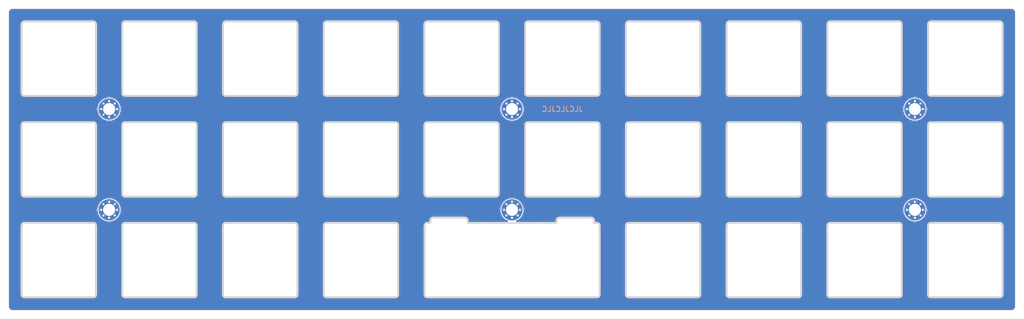
<source format=kicad_pcb>
(kicad_pcb (version 20171130) (host pcbnew "(5.1.4)-1")
  (layers (0 F.Cu signal) (31 B.Cu signal) (34 B.Paste user) (35 F.Paste user) (36 B.SilkS user) (37 F.SilkS user) (38 B.Mask user) (39 F.Mask user) (44 Edge.Cuts user))
  (net 0 "")
  (module kbd:M2_HOLE_v3 (layer F.Cu) (at 184.94375 51.59375)
    (fp_text reference REF** hide)
    (fp_text value Val**)
    (pad 1 thru_hole circle (at 1.06 -1.06) (size 0.5 0.5) (drill 0.4) (layers *.Cu *.Mask))
    (pad 1 thru_hole circle (at -1.06 -1.06) (size 0.5 0.5) (drill 0.4) (layers *.Cu *.Mask))
    (pad 1 thru_hole circle (at -1.06 1.06) (size 0.5 0.5) (drill 0.4) (layers *.Cu *.Mask))
    (pad 1 thru_hole circle (at 1.06 1.06) (size 0.5 0.5) (drill 0.4) (layers *.Cu *.Mask))
    (pad 1 thru_hole circle (at 0 -1.5) (size 0.5 0.5) (drill 0.4) (layers *.Cu *.Mask))
    (pad 1 thru_hole circle (at 0 1.5) (size 0.5 0.5) (drill 0.4) (layers *.Cu *.Mask))
    (pad 1 thru_hole circle (at -1.5 0) (size 0.5 0.5) (drill 0.4) (layers *.Cu *.Mask))
    (pad 1 thru_hole circle (at 1.5 0) (size 0.5 0.5) (drill 0.4) (layers *.Cu *.Mask))
    (pad 1 thru_hole circle (at 0 0) (size 4 4) (drill 2.3) (layers *.Cu *.Mask))
  )
  (module kbd:M2_HOLE_v3 (layer F.Cu) (at 184.94375 32.54375)
    (fp_text reference REF** hide)
    (fp_text value Val**)
    (pad 1 thru_hole circle (at 1.06 -1.06) (size 0.5 0.5) (drill 0.4) (layers *.Cu *.Mask))
    (pad 1 thru_hole circle (at -1.06 -1.06) (size 0.5 0.5) (drill 0.4) (layers *.Cu *.Mask))
    (pad 1 thru_hole circle (at -1.06 1.06) (size 0.5 0.5) (drill 0.4) (layers *.Cu *.Mask))
    (pad 1 thru_hole circle (at 1.06 1.06) (size 0.5 0.5) (drill 0.4) (layers *.Cu *.Mask))
    (pad 1 thru_hole circle (at 0 -1.5) (size 0.5 0.5) (drill 0.4) (layers *.Cu *.Mask))
    (pad 1 thru_hole circle (at 0 1.5) (size 0.5 0.5) (drill 0.4) (layers *.Cu *.Mask))
    (pad 1 thru_hole circle (at -1.5 0) (size 0.5 0.5) (drill 0.4) (layers *.Cu *.Mask))
    (pad 1 thru_hole circle (at 1.5 0) (size 0.5 0.5) (drill 0.4) (layers *.Cu *.Mask))
    (pad 1 thru_hole circle (at 0 0) (size 4 4) (drill 2.3) (layers *.Cu *.Mask))
  )
  (module kbd:M2_HOLE_v3 (layer F.Cu) (at 108.74375 32.54375)
    (fp_text reference REF** hide)
    (fp_text value Val**)
    (pad 1 thru_hole circle (at 1.06 -1.06) (size 0.5 0.5) (drill 0.4) (layers *.Cu *.Mask))
    (pad 1 thru_hole circle (at -1.06 -1.06) (size 0.5 0.5) (drill 0.4) (layers *.Cu *.Mask))
    (pad 1 thru_hole circle (at -1.06 1.06) (size 0.5 0.5) (drill 0.4) (layers *.Cu *.Mask))
    (pad 1 thru_hole circle (at 1.06 1.06) (size 0.5 0.5) (drill 0.4) (layers *.Cu *.Mask))
    (pad 1 thru_hole circle (at 0 -1.5) (size 0.5 0.5) (drill 0.4) (layers *.Cu *.Mask))
    (pad 1 thru_hole circle (at 0 1.5) (size 0.5 0.5) (drill 0.4) (layers *.Cu *.Mask))
    (pad 1 thru_hole circle (at -1.5 0) (size 0.5 0.5) (drill 0.4) (layers *.Cu *.Mask))
    (pad 1 thru_hole circle (at 1.5 0) (size 0.5 0.5) (drill 0.4) (layers *.Cu *.Mask))
    (pad 1 thru_hole circle (at 0 0) (size 4 4) (drill 2.3) (layers *.Cu *.Mask))
  )
  (module kbd:M2_HOLE_v3 (layer F.Cu) (at 32.54375 32.54375)
    (fp_text reference REF** hide)
    (fp_text value Val**)
    (pad 1 thru_hole circle (at 1.06 -1.06) (size 0.5 0.5) (drill 0.4) (layers *.Cu *.Mask))
    (pad 1 thru_hole circle (at -1.06 -1.06) (size 0.5 0.5) (drill 0.4) (layers *.Cu *.Mask))
    (pad 1 thru_hole circle (at -1.06 1.06) (size 0.5 0.5) (drill 0.4) (layers *.Cu *.Mask))
    (pad 1 thru_hole circle (at 1.06 1.06) (size 0.5 0.5) (drill 0.4) (layers *.Cu *.Mask))
    (pad 1 thru_hole circle (at 0 -1.5) (size 0.5 0.5) (drill 0.4) (layers *.Cu *.Mask))
    (pad 1 thru_hole circle (at 0 1.5) (size 0.5 0.5) (drill 0.4) (layers *.Cu *.Mask))
    (pad 1 thru_hole circle (at -1.5 0) (size 0.5 0.5) (drill 0.4) (layers *.Cu *.Mask))
    (pad 1 thru_hole circle (at 1.5 0) (size 0.5 0.5) (drill 0.4) (layers *.Cu *.Mask))
    (pad 1 thru_hole circle (at 0 0) (size 4 4) (drill 2.3) (layers *.Cu *.Mask))
  )
  (module kbd:M2_HOLE_v3 (layer F.Cu) (at 32.54375 51.59375)
    (fp_text reference REF** hide)
    (fp_text value Val**)
    (pad 1 thru_hole circle (at 1.06 -1.06) (size 0.5 0.5) (drill 0.4) (layers *.Cu *.Mask))
    (pad 1 thru_hole circle (at -1.06 -1.06) (size 0.5 0.5) (drill 0.4) (layers *.Cu *.Mask))
    (pad 1 thru_hole circle (at -1.06 1.06) (size 0.5 0.5) (drill 0.4) (layers *.Cu *.Mask))
    (pad 1 thru_hole circle (at 1.06 1.06) (size 0.5 0.5) (drill 0.4) (layers *.Cu *.Mask))
    (pad 1 thru_hole circle (at 0 -1.5) (size 0.5 0.5) (drill 0.4) (layers *.Cu *.Mask))
    (pad 1 thru_hole circle (at 0 1.5) (size 0.5 0.5) (drill 0.4) (layers *.Cu *.Mask))
    (pad 1 thru_hole circle (at -1.5 0) (size 0.5 0.5) (drill 0.4) (layers *.Cu *.Mask))
    (pad 1 thru_hole circle (at 1.5 0) (size 0.5 0.5) (drill 0.4) (layers *.Cu *.Mask))
    (pad 1 thru_hole circle (at 0 0) (size 4 4) (drill 2.3) (layers *.Cu *.Mask))
  )
  (module kbd:M2_HOLE_v3 (layer F.Cu) (at 108.74375 51.59375)
    (fp_text reference REF** hide)
    (fp_text value Val**)
    (pad 1 thru_hole circle (at 1.06 -1.06) (size 0.5 0.5) (drill 0.4) (layers *.Cu *.Mask))
    (pad 1 thru_hole circle (at -1.06 -1.06) (size 0.5 0.5) (drill 0.4) (layers *.Cu *.Mask))
    (pad 1 thru_hole circle (at -1.06 1.06) (size 0.5 0.5) (drill 0.4) (layers *.Cu *.Mask))
    (pad 1 thru_hole circle (at 1.06 1.06) (size 0.5 0.5) (drill 0.4) (layers *.Cu *.Mask))
    (pad 1 thru_hole circle (at 0 -1.5) (size 0.5 0.5) (drill 0.4) (layers *.Cu *.Mask))
    (pad 1 thru_hole circle (at 0 1.5) (size 0.5 0.5) (drill 0.4) (layers *.Cu *.Mask))
    (pad 1 thru_hole circle (at -1.5 0) (size 0.5 0.5) (drill 0.4) (layers *.Cu *.Mask))
    (pad 1 thru_hole circle (at 1.5 0) (size 0.5 0.5) (drill 0.4) (layers *.Cu *.Mask))
    (pad 1 thru_hole circle (at 0 0) (size 4 4) (drill 2.3) (layers *.Cu *.Mask))
  )
  (gr_text JLCJLCJLC (at 118.26875 32.54375) (layer B.SilkS) (effects (font (size 1 1)) (justify mirror)))
  (gr_line (start 111.275 16.5) (end 111.275 29.5) (layer Edge.Cuts) (width 0.25))
  (gr_arc (start 130.825 16.5) (end 130.825 16) (angle -90) (layer Edge.Cuts) (width 0.25))
  (gr_arc (start 143.825 29.5) (end 143.825 30) (angle -90) (layer Edge.Cuts) (width 0.25))
  (gr_line (start 105.725 16) (end 92.725 16) (layer Edge.Cuts) (width 0.25))
  (gr_arc (start 92.725 16.5) (end 92.725 16) (angle -90) (layer Edge.Cuts) (width 0.25))
  (gr_line (start 87.175 29.5) (end 87.175 16.5) (layer Edge.Cuts) (width 0.25))
  (gr_line (start 125.274999 29.5) (end 125.274999 16.5) (layer Edge.Cuts) (width 0.25))
  (gr_line (start 73.175 16.5) (end 73.175 29.5) (layer Edge.Cuts) (width 0.25))
  (gr_arc (start 149.875 29.5) (end 149.375 29.5) (angle -90) (layer Edge.Cuts) (width 0.25))
  (gr_line (start 130.325 16.5) (end 130.325 29.5) (layer Edge.Cuts) (width 0.25))
  (gr_line (start 143.825 16) (end 130.825 16) (layer Edge.Cuts) (width 0.25))
  (gr_arc (start 130.825 29.5) (end 130.325 29.5) (angle -90) (layer Edge.Cuts) (width 0.25))
  (gr_arc (start 92.725 29.5) (end 92.225 29.5) (angle -90) (layer Edge.Cuts) (width 0.25))
  (gr_line (start 144.325 29.5) (end 144.325 16.5) (layer Edge.Cuts) (width 0.25))
  (gr_arc (start 124.774999 16.5) (end 125.274999 16.5) (angle -90) (layer Edge.Cuts) (width 0.25))
  (gr_arc (start 111.775 16.5) (end 111.775 16) (angle -90) (layer Edge.Cuts) (width 0.25))
  (gr_arc (start 105.725 29.5) (end 105.725 30) (angle -90) (layer Edge.Cuts) (width 0.25))
  (gr_line (start 130.825 30) (end 143.825 30) (layer Edge.Cuts) (width 0.25))
  (gr_line (start 124.774999 16) (end 111.775 16) (layer Edge.Cuts) (width 0.25))
  (gr_arc (start 124.774999 29.5) (end 124.774999 30) (angle -90) (layer Edge.Cuts) (width 0.25))
  (gr_arc (start 111.775 29.5) (end 111.275 29.5) (angle -90) (layer Edge.Cuts) (width 0.25))
  (gr_line (start 92.725 30) (end 105.725 30) (layer Edge.Cuts) (width 0.25))
  (gr_arc (start 105.725 16.5) (end 106.225 16.5) (angle -90) (layer Edge.Cuts) (width 0.25))
  (gr_line (start 111.775 30) (end 124.774999 30) (layer Edge.Cuts) (width 0.25))
  (gr_line (start 106.225 29.5) (end 106.225 16.5) (layer Edge.Cuts) (width 0.25))
  (gr_arc (start 162.875 16.5) (end 163.375 16.5) (angle -90) (layer Edge.Cuts) (width 0.25))
  (gr_arc (start 162.875 29.5) (end 162.875 30) (angle -90) (layer Edge.Cuts) (width 0.25))
  (gr_line (start 92.225 16.5) (end 92.225 29.5) (layer Edge.Cuts) (width 0.25))
  (gr_arc (start 143.825 16.5) (end 144.325 16.5) (angle -90) (layer Edge.Cuts) (width 0.25))
  (gr_arc (start 29.525 67.6) (end 29.525 68.1) (angle -90) (layer Edge.Cuts) (width 0.25))
  (gr_line (start 168.425 35.55) (end 168.425 48.55) (layer Edge.Cuts) (width 0.25))
  (gr_line (start 16.525 68.1) (end 29.525 68.1) (layer Edge.Cuts) (width 0.25))
  (gr_arc (start 16.525 54.6) (end 16.525 54.1) (angle -90) (layer Edge.Cuts) (width 0.25))
  (gr_line (start 200.975 35.05) (end 187.975 35.05) (layer Edge.Cuts) (width 0.25))
  (gr_arc (start 200.975 35.55) (end 201.475 35.55) (angle -90) (layer Edge.Cuts) (width 0.25))
  (gr_arc (start 181.925 35.55) (end 182.425 35.55) (angle -90) (layer Edge.Cuts) (width 0.25))
  (gr_arc (start 16.525 67.6) (end 16.025 67.6) (angle -90) (layer Edge.Cuts) (width 0.25))
  (gr_line (start 187.975 49.05) (end 200.975 49.05) (layer Edge.Cuts) (width 0.25))
  (gr_arc (start 200.975 48.55) (end 200.975 49.05) (angle -90) (layer Edge.Cuts) (width 0.25))
  (gr_line (start 187.475 35.55) (end 187.475 48.55) (layer Edge.Cuts) (width 0.25))
  (gr_arc (start 187.975 35.55) (end 187.975 35.05) (angle -90) (layer Edge.Cuts) (width 0.25))
  (gr_line (start 201.475 48.55) (end 201.475 35.55) (layer Edge.Cuts) (width 0.25))
  (gr_line (start 168.925 49.05) (end 181.925 49.05) (layer Edge.Cuts) (width 0.25))
  (gr_arc (start 168.925 35.55) (end 168.925 35.05) (angle -90) (layer Edge.Cuts) (width 0.25))
  (gr_line (start 182.425 48.55) (end 182.425 35.55) (layer Edge.Cuts) (width 0.25))
  (gr_line (start 29.525 54.1) (end 16.525 54.1) (layer Edge.Cuts) (width 0.25))
  (gr_arc (start 187.975 48.55) (end 187.475 48.55) (angle -90) (layer Edge.Cuts) (width 0.25))
  (gr_line (start 181.925 35.05) (end 168.925 35.05) (layer Edge.Cuts) (width 0.25))
  (gr_arc (start 29.525 54.6) (end 30.025 54.6) (angle -90) (layer Edge.Cuts) (width 0.25))
  (gr_line (start 163.375 67.6) (end 163.375 54.6) (layer Edge.Cuts) (width 0.25))
  (gr_arc (start 149.875 54.6) (end 149.875 54.1) (angle -90) (layer Edge.Cuts) (width 0.25))
  (gr_line (start 200.975 54.1) (end 187.975 54.1) (layer Edge.Cuts) (width 0.25))
  (gr_arc (start 200.975 67.6) (end 200.975 68.1) (angle -90) (layer Edge.Cuts) (width 0.25))
  (gr_line (start 187.475 54.6) (end 187.475 67.6) (layer Edge.Cuts) (width 0.25))
  (gr_line (start 168.425 54.6) (end 168.425 67.6) (layer Edge.Cuts) (width 0.25))
  (gr_arc (start 162.875 54.6) (end 163.375 54.6) (angle -90) (layer Edge.Cuts) (width 0.25))
  (gr_arc (start 149.875 67.6) (end 149.375 67.6) (angle -90) (layer Edge.Cuts) (width 0.25))
  (gr_line (start 168.925 68.1) (end 181.925 68.1) (layer Edge.Cuts) (width 0.25))
  (gr_arc (start 181.925 54.6) (end 182.425 54.6) (angle -90) (layer Edge.Cuts) (width 0.25))
  (gr_arc (start 168.925 54.6) (end 168.925 54.1) (angle -90) (layer Edge.Cuts) (width 0.25))
  (gr_arc (start 162.875 67.6) (end 162.875 68.1) (angle -90) (layer Edge.Cuts) (width 0.25))
  (gr_arc (start 181.925 67.6) (end 181.925 68.1) (angle -90) (layer Edge.Cuts) (width 0.25))
  (gr_line (start 182.425 67.6) (end 182.425 54.6) (layer Edge.Cuts) (width 0.25))
  (gr_arc (start 168.925 67.6) (end 168.425 67.6) (angle -90) (layer Edge.Cuts) (width 0.25))
  (gr_line (start 149.875 68.1) (end 162.875 68.1) (layer Edge.Cuts) (width 0.25))
  (gr_line (start 162.875 54.1) (end 149.875 54.1) (layer Edge.Cuts) (width 0.25))
  (gr_arc (start 187.975 54.6) (end 187.975 54.1) (angle -90) (layer Edge.Cuts) (width 0.25))
  (gr_arc (start 187.975 67.6) (end 187.475 67.6) (angle -90) (layer Edge.Cuts) (width 0.25))
  (gr_line (start 144.325 67.6) (end 144.325 54.6) (layer Edge.Cuts) (width 0.25))
  (gr_line (start 201.475 67.6) (end 201.475 54.6) (layer Edge.Cuts) (width 0.25))
  (gr_line (start 187.975 68.1) (end 200.975 68.1) (layer Edge.Cuts) (width 0.25))
  (gr_arc (start 200.975 54.6) (end 201.475 54.6) (angle -90) (layer Edge.Cuts) (width 0.25))
  (gr_line (start 181.925 54.1) (end 168.925 54.1) (layer Edge.Cuts) (width 0.25))
  (gr_line (start 149.375 54.6) (end 149.375 67.6) (layer Edge.Cuts) (width 0.25))
  (gr_line (start 130.325 54.6) (end 130.325 67.6) (layer Edge.Cuts) (width 0.25))
  (gr_line (start 93.837 68.1) (end 99.837 68.1) (layer Edge.Cuts) (width 0.25))
  (gr_line (start 117.713 68.1) (end 123.713 68.1) (layer Edge.Cuts) (width 0.25))
  (gr_line (start 99.837 53.1) (end 93.837 53.1) (layer Edge.Cuts) (width 0.25))
  (gr_line (start 117.213 53.6) (end 117.213 54.1) (layer Edge.Cuts) (width 0.25))
  (gr_line (start 99.837 68.1) (end 102.275 68.1) (layer Edge.Cuts) (width 0.25))
  (gr_line (start 92.750001 68.1) (end 93.837 68.1) (layer Edge.Cuts) (width 0.25))
  (gr_arc (start 130.825 67.6) (end 130.325 67.6) (angle -90) (layer Edge.Cuts) (width 0.25))
  (gr_arc (start 93.837 53.6) (end 93.837 53.1) (angle -90) (layer Edge.Cuts) (width 0.25))
  (gr_line (start 93.337 53.6) (end 93.337 54.1) (layer Edge.Cuts) (width 0.25))
  (gr_line (start 100.337 54.1) (end 100.337 53.6) (layer Edge.Cuts) (width 0.25))
  (gr_arc (start 99.837 53.6) (end 100.337 53.6) (angle -90) (layer Edge.Cuts) (width 0.25))
  (gr_line (start 143.825 54.1) (end 130.825 54.1) (layer Edge.Cuts) (width 0.25))
  (gr_line (start 130.825 68.1) (end 143.825 68.1) (layer Edge.Cuts) (width 0.25))
  (gr_line (start 123.713 53.1) (end 117.713 53.1) (layer Edge.Cuts) (width 0.25))
  (gr_line (start 111.8 54.1) (end 105.75 54.1) (layer Edge.Cuts) (width 0.25))
  (gr_arc (start 130.825 54.6) (end 130.825 54.1) (angle -90) (layer Edge.Cuts) (width 0.25))
  (gr_line (start 123.713 68.1) (end 124.8 68.1) (layer Edge.Cuts) (width 0.25))
  (gr_line (start 124.213 54.1) (end 124.213 53.6) (layer Edge.Cuts) (width 0.25))
  (gr_arc (start 123.713 53.6) (end 124.213 53.6) (angle -90) (layer Edge.Cuts) (width 0.25))
  (gr_line (start 92.250001 54.6) (end 92.250001 67.6) (layer Edge.Cuts) (width 0.25))
  (gr_line (start 102.275 54.1) (end 100.337 54.1) (layer Edge.Cuts) (width 0.25))
  (gr_line (start 93.337 54.1) (end 92.750001 54.1) (layer Edge.Cuts) (width 0.25))
  (gr_arc (start 92.750001 67.6) (end 92.250001 67.6) (angle -90) (layer Edge.Cuts) (width 0.25))
  (gr_arc (start 92.750001 54.6) (end 92.750001 54.1) (angle -90) (layer Edge.Cuts) (width 0.25))
  (gr_arc (start 117.713 53.6) (end 117.713 53.1) (angle -90) (layer Edge.Cuts) (width 0.25))
  (gr_line (start 105.75 68.1) (end 111.8 68.1) (layer Edge.Cuts) (width 0.25))
  (gr_line (start 102.275 68.1) (end 105.75 68.1) (layer Edge.Cuts) (width 0.25))
  (gr_line (start 125.3 67.6) (end 125.3 54.6) (layer Edge.Cuts) (width 0.25))
  (gr_line (start 115.275 68.1) (end 117.713 68.1) (layer Edge.Cuts) (width 0.25))
  (gr_line (start 105.75 54.1) (end 102.275 54.1) (layer Edge.Cuts) (width 0.25))
  (gr_arc (start 143.825 54.6) (end 144.325 54.6) (angle -90) (layer Edge.Cuts) (width 0.25))
  (gr_arc (start 143.825 67.6) (end 143.825 68.1) (angle -90) (layer Edge.Cuts) (width 0.25))
  (gr_line (start 48.575 54.1) (end 35.575 54.1) (layer Edge.Cuts) (width 0.25))
  (gr_arc (start 35.575 67.6) (end 35.075 67.6) (angle -90) (layer Edge.Cuts) (width 0.25))
  (gr_arc (start 54.625 67.6) (end 54.125 67.6) (angle -90) (layer Edge.Cuts) (width 0.25))
  (gr_line (start 35.575 68.1) (end 48.575 68.1) (layer Edge.Cuts) (width 0.25))
  (gr_arc (start 86.675 54.6) (end 87.175 54.6) (angle -90) (layer Edge.Cuts) (width 0.25))
  (gr_line (start 54.125 54.6) (end 54.125 67.6) (layer Edge.Cuts) (width 0.25))
  (gr_line (start 68.125 67.6) (end 68.125 54.6) (layer Edge.Cuts) (width 0.25))
  (gr_line (start 67.625 54.1) (end 54.625 54.1) (layer Edge.Cuts) (width 0.25))
  (gr_line (start 16.025 54.6) (end 16.025 67.6) (layer Edge.Cuts) (width 0.25))
  (gr_arc (start 48.575 54.6) (end 49.075 54.6) (angle -90) (layer Edge.Cuts) (width 0.25))
  (gr_arc (start 67.625 54.6) (end 68.125 54.6) (angle -90) (layer Edge.Cuts) (width 0.25))
  (gr_line (start 54.625 68.1) (end 67.625 68.1) (layer Edge.Cuts) (width 0.25))
  (gr_line (start 30.025 67.6) (end 30.025 54.6) (layer Edge.Cuts) (width 0.25))
  (gr_arc (start 48.575 67.6) (end 48.575 68.1) (angle -90) (layer Edge.Cuts) (width 0.25))
  (gr_arc (start 54.625 54.6) (end 54.625 54.1) (angle -90) (layer Edge.Cuts) (width 0.25))
  (gr_line (start 111.8 68.1) (end 115.275 68.1) (layer Edge.Cuts) (width 0.25))
  (gr_line (start 117.213 54.1) (end 115.275 54.1) (layer Edge.Cuts) (width 0.25))
  (gr_line (start 115.275 54.1) (end 111.8 54.1) (layer Edge.Cuts) (width 0.25))
  (gr_line (start 73.675 68.1) (end 86.675 68.1) (layer Edge.Cuts) (width 0.25))
  (gr_arc (start 73.675 67.6) (end 73.175 67.6) (angle -90) (layer Edge.Cuts) (width 0.25))
  (gr_arc (start 86.675 67.6) (end 86.675 68.1) (angle -90) (layer Edge.Cuts) (width 0.25))
  (gr_line (start 124.8 54.1) (end 124.213 54.1) (layer Edge.Cuts) (width 0.25))
  (gr_arc (start 124.8 67.6) (end 124.8 68.1) (angle -90) (layer Edge.Cuts) (width 0.25))
  (gr_line (start 49.075 67.6) (end 49.075 54.6) (layer Edge.Cuts) (width 0.25))
  (gr_arc (start 35.575 54.6) (end 35.575 54.1) (angle -90) (layer Edge.Cuts) (width 0.25))
  (gr_arc (start 124.8 54.6) (end 125.3 54.6) (angle -90) (layer Edge.Cuts) (width 0.25))
  (gr_line (start 73.175 54.6) (end 73.175 67.6) (layer Edge.Cuts) (width 0.25))
  (gr_arc (start 67.625 67.6) (end 67.625 68.1) (angle -90) (layer Edge.Cuts) (width 0.25))
  (gr_line (start 87.175 67.6) (end 87.175 54.6) (layer Edge.Cuts) (width 0.25))
  (gr_line (start 86.675 54.1) (end 73.675 54.1) (layer Edge.Cuts) (width 0.25))
  (gr_arc (start 73.675 54.6) (end 73.675 54.1) (angle -90) (layer Edge.Cuts) (width 0.25))
  (gr_line (start 35.075 54.6) (end 35.075 67.6) (layer Edge.Cuts) (width 0.25))
  (gr_arc (start 48.575 48.55) (end 48.575 49.05) (angle -90) (layer Edge.Cuts) (width 0.25))
  (gr_arc (start 73.675 48.55) (end 73.175 48.55) (angle -90) (layer Edge.Cuts) (width 0.25))
  (gr_line (start 54.625 49.05) (end 67.625 49.05) (layer Edge.Cuts) (width 0.25))
  (gr_arc (start 92.725 48.55) (end 92.225 48.55) (angle -90) (layer Edge.Cuts) (width 0.25))
  (gr_line (start 73.175 35.55) (end 73.175 48.55) (layer Edge.Cuts) (width 0.25))
  (gr_arc (start 86.675 35.55) (end 87.175 35.55) (angle -90) (layer Edge.Cuts) (width 0.25))
  (gr_line (start 54.125 35.55) (end 54.125 48.55) (layer Edge.Cuts) (width 0.25))
  (gr_arc (start 73.675 35.55) (end 73.675 35.05) (angle -90) (layer Edge.Cuts) (width 0.25))
  (gr_line (start 68.125 48.55) (end 68.125 35.55) (layer Edge.Cuts) (width 0.25))
  (gr_line (start 87.175 48.55) (end 87.175 35.55) (layer Edge.Cuts) (width 0.25))
  (gr_arc (start 54.625 35.55) (end 54.625 35.05) (angle -90) (layer Edge.Cuts) (width 0.25))
  (gr_line (start 48.575 35.05) (end 35.575 35.05) (layer Edge.Cuts) (width 0.25))
  (gr_arc (start 48.575 35.55) (end 49.075 35.55) (angle -90) (layer Edge.Cuts) (width 0.25))
  (gr_arc (start 35.575 35.55) (end 35.575 35.05) (angle -90) (layer Edge.Cuts) (width 0.25))
  (gr_line (start 67.625 35.05) (end 54.625 35.05) (layer Edge.Cuts) (width 0.25))
  (gr_arc (start 67.625 48.55) (end 67.625 49.05) (angle -90) (layer Edge.Cuts) (width 0.25))
  (gr_line (start 86.675 35.05) (end 73.675 35.05) (layer Edge.Cuts) (width 0.25))
  (gr_line (start 73.675 49.05) (end 86.675 49.05) (layer Edge.Cuts) (width 0.25))
  (gr_arc (start 67.625 35.55) (end 68.125 35.55) (angle -90) (layer Edge.Cuts) (width 0.25))
  (gr_arc (start 54.625 48.55) (end 54.125 48.55) (angle -90) (layer Edge.Cuts) (width 0.25))
  (gr_line (start 35.075 35.55) (end 35.075 48.55) (layer Edge.Cuts) (width 0.25))
  (gr_line (start 35.575 49.05) (end 48.575 49.05) (layer Edge.Cuts) (width 0.25))
  (gr_arc (start 35.575 48.55) (end 35.075 48.55) (angle -90) (layer Edge.Cuts) (width 0.25))
  (gr_line (start 49.075 48.55) (end 49.075 35.55) (layer Edge.Cuts) (width 0.25))
  (gr_arc (start 105.725 48.55) (end 105.725 49.05) (angle -90) (layer Edge.Cuts) (width 0.25))
  (gr_arc (start 86.675 48.55) (end 86.675 49.05) (angle -90) (layer Edge.Cuts) (width 0.25))
  (gr_line (start 105.725 35.05) (end 92.725 35.05) (layer Edge.Cuts) (width 0.25))
  (gr_line (start 130.825 49.05) (end 143.825 49.05) (layer Edge.Cuts) (width 0.25))
  (gr_arc (start 168.925 48.55) (end 168.425 48.55) (angle -90) (layer Edge.Cuts) (width 0.25))
  (gr_arc (start 124.774999 35.55) (end 125.274999 35.55) (angle -90) (layer Edge.Cuts) (width 0.25))
  (gr_line (start 163.375 48.55) (end 163.375 35.55) (layer Edge.Cuts) (width 0.25))
  (gr_arc (start 162.875 48.55) (end 162.875 49.05) (angle -90) (layer Edge.Cuts) (width 0.25))
  (gr_arc (start 143.825 35.55) (end 144.325 35.55) (angle -90) (layer Edge.Cuts) (width 0.25))
  (gr_arc (start 105.725 35.55) (end 106.225 35.55) (angle -90) (layer Edge.Cuts) (width 0.25))
  (gr_line (start 130.325 35.55) (end 130.325 48.55) (layer Edge.Cuts) (width 0.25))
  (gr_arc (start 143.825 48.55) (end 143.825 49.05) (angle -90) (layer Edge.Cuts) (width 0.25))
  (gr_line (start 144.325 48.55) (end 144.325 35.55) (layer Edge.Cuts) (width 0.25))
  (gr_arc (start 124.774999 48.55) (end 124.774999 49.05) (angle -90) (layer Edge.Cuts) (width 0.25))
  (gr_line (start 125.274999 48.55) (end 125.274999 35.55) (layer Edge.Cuts) (width 0.25))
  (gr_arc (start 92.725 35.55) (end 92.725 35.05) (angle -90) (layer Edge.Cuts) (width 0.25))
  (gr_arc (start 149.875 48.55) (end 149.375 48.55) (angle -90) (layer Edge.Cuts) (width 0.25))
  (gr_line (start 143.825 35.05) (end 130.825 35.05) (layer Edge.Cuts) (width 0.25))
  (gr_line (start 92.725 49.05) (end 105.725 49.05) (layer Edge.Cuts) (width 0.25))
  (gr_arc (start 130.825 35.55) (end 130.825 35.05) (angle -90) (layer Edge.Cuts) (width 0.25))
  (gr_arc (start 181.925 48.55) (end 181.925 49.05) (angle -90) (layer Edge.Cuts) (width 0.25))
  (gr_line (start 162.875 35.05) (end 149.875 35.05) (layer Edge.Cuts) (width 0.25))
  (gr_arc (start 111.775 35.55) (end 111.775 35.05) (angle -90) (layer Edge.Cuts) (width 0.25))
  (gr_line (start 149.375 35.55) (end 149.375 48.55) (layer Edge.Cuts) (width 0.25))
  (gr_line (start 111.275 35.55) (end 111.275 48.55) (layer Edge.Cuts) (width 0.25))
  (gr_line (start 149.875 49.05) (end 162.875 49.05) (layer Edge.Cuts) (width 0.25))
  (gr_arc (start 149.875 35.55) (end 149.875 35.05) (angle -90) (layer Edge.Cuts) (width 0.25))
  (gr_arc (start 111.775 48.55) (end 111.275 48.55) (angle -90) (layer Edge.Cuts) (width 0.25))
  (gr_arc (start 162.875 35.55) (end 163.375 35.55) (angle -90) (layer Edge.Cuts) (width 0.25))
  (gr_line (start 124.774999 35.05) (end 111.775 35.05) (layer Edge.Cuts) (width 0.25))
  (gr_line (start 106.225 48.55) (end 106.225 35.55) (layer Edge.Cuts) (width 0.25))
  (gr_line (start 111.775 49.05) (end 124.774999 49.05) (layer Edge.Cuts) (width 0.25))
  (gr_arc (start 130.825 48.55) (end 130.325 48.55) (angle -90) (layer Edge.Cuts) (width 0.25))
  (gr_line (start 92.225 35.55) (end 92.225 48.55) (layer Edge.Cuts) (width 0.25))
  (gr_arc (start 168.925 29.5) (end 168.425 29.5) (angle -90) (layer Edge.Cuts) (width 0.25))
  (gr_arc (start 149.875 16.5) (end 149.875 16) (angle -90) (layer Edge.Cuts) (width 0.25))
  (gr_line (start 200.975 16) (end 187.975 16) (layer Edge.Cuts) (width 0.25))
  (gr_line (start 149.375 16.5) (end 149.375 29.5) (layer Edge.Cuts) (width 0.25))
  (gr_arc (start 200.975 29.5) (end 200.975 30) (angle -90) (layer Edge.Cuts) (width 0.25))
  (gr_arc (start 187.975 29.5) (end 187.475 29.5) (angle -90) (layer Edge.Cuts) (width 0.25))
  (gr_arc (start 200.975 16.5) (end 201.475 16.5) (angle -90) (layer Edge.Cuts) (width 0.25))
  (gr_line (start 181.925 16) (end 168.925 16) (layer Edge.Cuts) (width 0.25))
  (gr_line (start 201.475 29.5) (end 201.475 16.5) (layer Edge.Cuts) (width 0.25))
  (gr_line (start 162.875 16) (end 149.875 16) (layer Edge.Cuts) (width 0.25))
  (gr_line (start 168.425 16.5) (end 168.425 29.5) (layer Edge.Cuts) (width 0.25))
  (gr_line (start 182.425 29.5) (end 182.425 16.5) (layer Edge.Cuts) (width 0.25))
  (gr_line (start 149.875 30) (end 162.875 30) (layer Edge.Cuts) (width 0.25))
  (gr_line (start 29.525 35.05) (end 16.525 35.05) (layer Edge.Cuts) (width 0.25))
  (gr_line (start 187.475 16.5) (end 187.475 29.5) (layer Edge.Cuts) (width 0.25))
  (gr_arc (start 187.975 16.5) (end 187.975 16) (angle -90) (layer Edge.Cuts) (width 0.25))
  (gr_line (start 187.975 30) (end 200.975 30) (layer Edge.Cuts) (width 0.25))
  (gr_line (start 16.025 35.55) (end 16.025 48.55) (layer Edge.Cuts) (width 0.25))
  (gr_line (start 30.025 48.55) (end 30.025 35.55) (layer Edge.Cuts) (width 0.25))
  (gr_line (start 16.525 49.05) (end 29.525 49.05) (layer Edge.Cuts) (width 0.25))
  (gr_arc (start 16.525 35.55) (end 16.525 35.05) (angle -90) (layer Edge.Cuts) (width 0.25))
  (gr_arc (start 181.925 29.5) (end 181.925 30) (angle -90) (layer Edge.Cuts) (width 0.25))
  (gr_line (start 163.375 29.5) (end 163.375 16.5) (layer Edge.Cuts) (width 0.25))
  (gr_line (start 168.925 30) (end 181.925 30) (layer Edge.Cuts) (width 0.25))
  (gr_arc (start 29.525 35.55) (end 30.025 35.55) (angle -90) (layer Edge.Cuts) (width 0.25))
  (gr_arc (start 29.525 48.55) (end 29.525 49.05) (angle -90) (layer Edge.Cuts) (width 0.25))
  (gr_arc (start 16.525 48.55) (end 16.025 48.55) (angle -90) (layer Edge.Cuts) (width 0.25))
  (gr_arc (start 168.925 16.5) (end 168.925 16) (angle -90) (layer Edge.Cuts) (width 0.25))
  (gr_arc (start 181.925 16.5) (end 182.425 16.5) (angle -90) (layer Edge.Cuts) (width 0.25))
  (gr_line (start 30.025 29.5) (end 30.025 16.5) (layer Edge.Cuts) (width 0.25))
  (gr_line (start 49.075 29.5) (end 49.075 16.5) (layer Edge.Cuts) (width 0.25))
  (gr_arc (start 35.575 29.5) (end 35.075 29.5) (angle -90) (layer Edge.Cuts) (width 0.25))
  (gr_line (start 73.675 30) (end 86.675 30) (layer Edge.Cuts) (width 0.25))
  (gr_arc (start 73.675 16.5) (end 73.675 16) (angle -90) (layer Edge.Cuts) (width 0.25))
  (gr_arc (start 67.625 16.5) (end 68.125 16.5) (angle -90) (layer Edge.Cuts) (width 0.25))
  (gr_line (start 29.525 16) (end 16.525 16) (layer Edge.Cuts) (width 0.25))
  (gr_line (start 48.575 16) (end 35.575 16) (layer Edge.Cuts) (width 0.25))
  (gr_arc (start 86.675 16.5) (end 87.175 16.5) (angle -90) (layer Edge.Cuts) (width 0.25))
  (gr_line (start 16.025 16.5) (end 16.025 29.5) (layer Edge.Cuts) (width 0.25))
  (gr_arc (start 86.675 29.5) (end 86.675 30) (angle -90) (layer Edge.Cuts) (width 0.25))
  (gr_arc (start 73.675 29.5) (end 73.175 29.5) (angle -90) (layer Edge.Cuts) (width 0.25))
  (gr_line (start 54.125 16.5) (end 54.125 29.5) (layer Edge.Cuts) (width 0.25))
  (gr_arc (start 16.525 16.5) (end 16.525 16) (angle -90) (layer Edge.Cuts) (width 0.25))
  (gr_line (start 35.075 16.5) (end 35.075 29.5) (layer Edge.Cuts) (width 0.25))
  (gr_line (start 68.125 29.5) (end 68.125 16.5) (layer Edge.Cuts) (width 0.25))
  (gr_arc (start 54.625 16.5) (end 54.625 16) (angle -90) (layer Edge.Cuts) (width 0.25))
  (gr_line (start 67.625 16) (end 54.625 16) (layer Edge.Cuts) (width 0.25))
  (gr_line (start 35.575 30) (end 48.575 30) (layer Edge.Cuts) (width 0.25))
  (gr_arc (start 67.625 29.5) (end 67.625 30) (angle -90) (layer Edge.Cuts) (width 0.25))
  (gr_line (start 16.525 30) (end 29.525 30) (layer Edge.Cuts) (width 0.25))
  (gr_arc (start 54.625 29.5) (end 54.125 29.5) (angle -90) (layer Edge.Cuts) (width 0.25))
  (gr_arc (start 48.575 16.5) (end 49.075 16.5) (angle -90) (layer Edge.Cuts) (width 0.25))
  (gr_line (start 54.625 30) (end 67.625 30) (layer Edge.Cuts) (width 0.25))
  (gr_arc (start 35.575 16.5) (end 35.575 16) (angle -90) (layer Edge.Cuts) (width 0.25))
  (gr_arc (start 48.575 29.5) (end 48.575 30) (angle -90) (layer Edge.Cuts) (width 0.25))
  (gr_arc (start 29.525 29.5) (end 29.525 30) (angle -90) (layer Edge.Cuts) (width 0.25))
  (gr_arc (start 29.525 16.5) (end 30.025 16.5) (angle -90) (layer Edge.Cuts) (width 0.25))
  (gr_arc (start 16.525 29.5) (end 16.025 29.5) (angle -90) (layer Edge.Cuts) (width 0.25))
  (gr_line (start 86.675 16) (end 73.675 16) (layer Edge.Cuts) (width 0.25))
  (gr_line (start 13.49375 14.2875) (end 13.49375 69.85) (layer Edge.Cuts) (width 0.05))
  (gr_line (start 203.2 13.49375) (end 14.2875 13.49375) (layer Edge.Cuts) (width 0.05))
  (gr_line (start 203.99375 69.85) (end 203.99375 14.2875) (layer Edge.Cuts) (width 0.05))
  (gr_line (start 14.2875 70.64375) (end 203.2 70.64375) (layer Edge.Cuts) (width 0.05))
  (gr_arc (start 14.2875 69.85) (end 13.49375 69.85) (angle -90) (layer Edge.Cuts) (width 0.05))
  (gr_arc (start 14.2875 14.2875) (end 14.2875 13.49375) (angle -90) (layer Edge.Cuts) (width 0.05))
  (gr_arc (start 203.2 14.2875) (end 203.99375 14.2875) (angle -90) (layer Edge.Cuts) (width 0.05))
  (gr_arc (start 203.2 69.85) (end 203.2 70.64375) (angle -90) (layer Edge.Cuts) (width 0.05))
  (zone (net 0) (net_name "") (layer F.Cu) (connect_pads (clearance 0.1)) (min_thickness 0.254) (fill yes (arc_segments 32) (thermal_gap 0.508) (thermal_bridge_width 0.508))
    (polygon (pts (xy 12.7 12.7) (xy 204.7875 12.7) (xy 204.7875 71.4375) (xy 12.7 71.4375)))
  )
  (zone (net 0) (net_name "") (layer B.Cu) (connect_pads (clearance 0.1)) (min_thickness 0.254) (fill yes (arc_segments 32) (thermal_gap 0.508) (thermal_bridge_width 0.508))
    (polygon (pts (xy 11.90625 11.90625) (xy 205.58125 11.90625) (xy 205.58125 72.23125) (xy 11.90625 72.23125)))
  )
)
</source>
